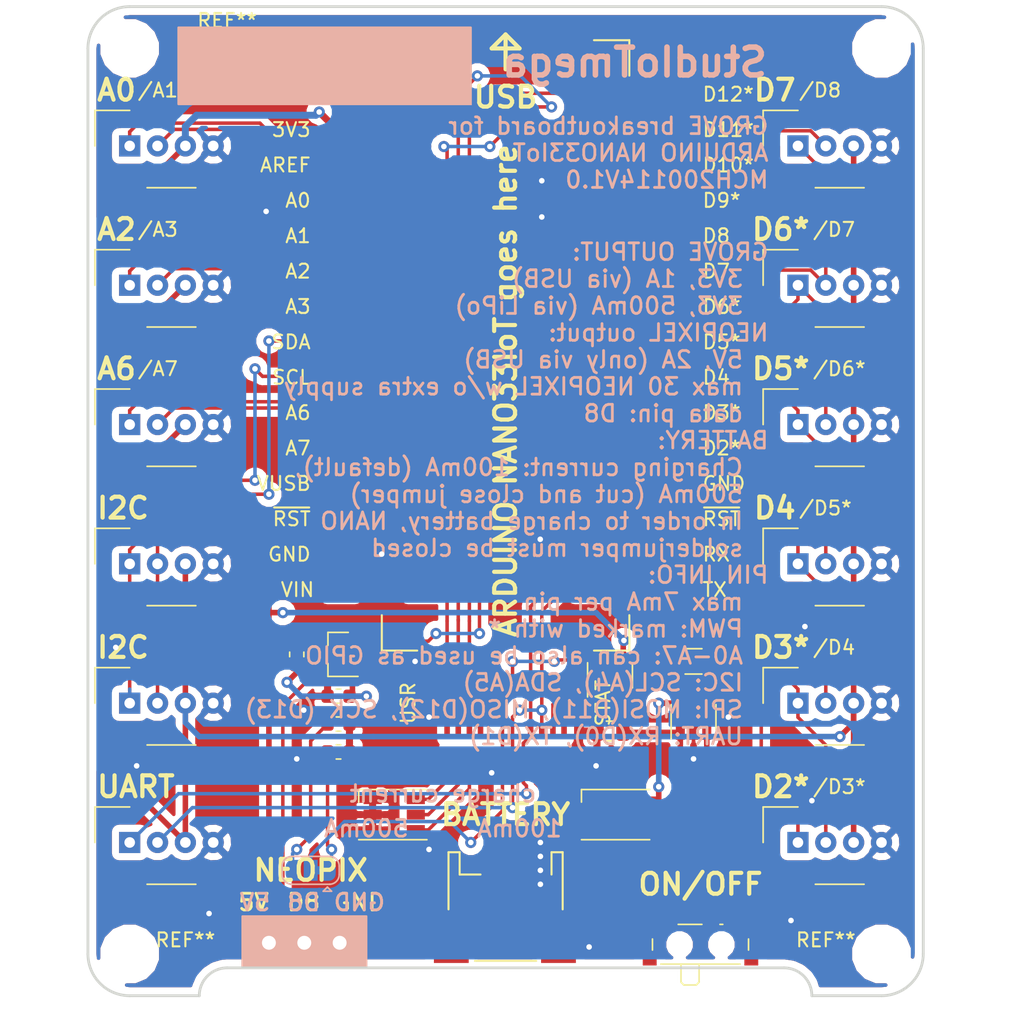
<source format=kicad_pcb>
(kicad_pcb (version 20171130) (host pcbnew "(5.0.1-3-g963ef8bb5)")
  (layers (0 F.Cu signal) (31 B.Cu signal) (34 B.Paste user) (35 F.Paste user) (36 B.SilkS user hide) (37 F.SilkS user hide) (38 B.Mask user) (39 F.Mask user) (44 Edge.Cuts user))
  (net 0 "")
  (net 1 VBAT)
  (net 2 GND)
  (net 3 3V3)
  (net 4 "Net-(D01-Pad1)")
  (net 5 "Net-(D01-Pad2)")
  (net 6 "Net-(D01-Pad3)")
  (net 7 A0)
  (net 8 A1)
  (net 9 A3)
  (net 10 A2)
  (net 11 A6)
  (net 12 A7)
  (net 13 SDA)
  (net 14 SCL)
  (net 15 RX)
  (net 16 TX)
  (net 17 D3)
  (net 18 D2)
  (net 19 D4)
  (net 20 D5)
  (net 21 D7)
  (net 22 D6)
  (net 23 D8)
  (net 24 D9)
  (net 25 D11)
  (net 26 D13)
  (net 27 D12)
  (net 28 "Net-(JP00-Pad1)")
  (net 29 "Net-(JP00-Pad3)")
  (net 30 "Net-(JP00-Pad2)")
  (net 31 "Net-(RN00-Pad4)")
  (net 32 "Net-(RN00-Pad5)")
  (net 33 "Net-(RN01-Pad5)")
  (net 34 "Net-(RN01-Pad4)")
  (net 35 STAT)
  (net 36 "Net-(SW00-Pad2)")
  (net 37 "Net-(SW00-Pad3)")
  (net 38 "Net-(U00-Pad3)")
  (net 39 "Net-(U00-Pad13)")
  (net 40 VIN)
  (net 41 VUSB)
  (net 42 "Net-(U00-Pad18)")
  (net 43 ALRT)
  (net 44 "Net-(U03-Pad4)")
  (net 45 "Net-(J13-Pad2)")
  (net 46 "Net-(D00-Pad4)")
  (net 47 "Net-(D00-Pad6)")
  (net 48 "Net-(D00-Pad5)")
  (module Fiducial:Fiducial_0.75mm_Dia_1.5mm_Outer (layer F.Cu) (at 77 145)
    (fp_text reference REF** (at 0 -2) (layer F.SilkS))
    (fp_text value Fiducial_0.75mm_Dia_1.5mm_Outer)
    (pad ~ smd circle (at 0 0) (size 0.75 0.75) (layers F.Cu F.Mask) (clearance 0.375))
  )
  (module Fiducial:Fiducial_0.75mm_Dia_1.5mm_Outer (layer F.Cu) (at 123 145)
    (fp_text reference REF** (at 0 -2) (layer F.SilkS))
    (fp_text value Fiducial_0.75mm_Dia_1.5mm_Outer)
    (pad ~ smd circle (at 0 0) (size 0.75 0.75) (layers F.Cu F.Mask) (clearance 0.375))
  )
  (module Package_TO_SOT_SMD:SOT-23 (layer F.Cu) (at 88 122.5 180)
    (fp_text reference Q00 hide)
    (fp_text value BSS138)
    (pad 1 smd rect (at -1 -0.95 180) (size 0.9 0.8) (layers F.Cu F.Paste F.Mask) (net 41 VUSB))
    (pad 2 smd rect (at -1 0.95 180) (size 0.9 0.8) (layers F.Cu F.Paste F.Mask) (net 24 D9))
    (pad 3 smd rect (at 1 0 180) (size 0.9 0.8) (layers F.Cu F.Paste F.Mask) (net 45 "Net-(J13-Pad2)"))
  )
  (module Connector_PinSocket_2.54mm:PinSocket_1x03_P2.54mm_Vertical (layer F.Cu) (at 83 143.2 90)
    (fp_text reference J13 hide)
    (fp_text value Conn_01x03)
    (pad 3 thru_hole oval (at 0 5.08 90) (size 1.7 1.7) (drill 1) (layers *.Cu *.Mask) (net 2 GND))
    (pad 2 thru_hole oval (at 0 2.54 90) (size 1.7 1.7) (drill 1) (layers *.Cu *.Mask) (net 45 "Net-(J13-Pad2)"))
    (pad 1 thru_hole rect (at 0 0 90) (size 1.7 1.7) (drill 1) (layers *.Cu *.Mask) (net 41 VUSB))
  )
  (module Connector:NS-Tech_Grove_1x04_P2mm_Vertical (layer F.Cu) (at 73 136 90)
    (fp_text reference J05 hide)
    (fp_text value Conn_01x04)
    (pad 1 thru_hole rect (at 0 0 90) (size 1.524 1.524) (drill 0.762) (layers *.Cu *.Mask) (net 15 RX))
    (pad 2 thru_hole circle (at 0 2 90) (size 1.524 1.524) (drill 0.762) (layers *.Cu *.Mask) (net 16 TX))
    (pad 3 thru_hole circle (at 0 4 90) (size 1.524 1.524) (drill 0.762) (layers *.Cu *.Mask) (net 3 3V3))
    (pad 4 thru_hole circle (at 0 6 90) (size 1.524 1.524) (drill 0.762) (layers *.Cu *.Mask) (net 2 GND))
  )
  (module Connector:NS-Tech_Grove_1x04_P2mm_Vertical (layer F.Cu) (at 121 116 90)
    (fp_text reference J08 hide)
    (fp_text value Conn_01x04)
    (pad 1 thru_hole rect (at 0 0 90) (size 1.524 1.524) (drill 0.762) (layers *.Cu *.Mask) (net 19 D4))
    (pad 2 thru_hole circle (at 0 2 90) (size 1.524 1.524) (drill 0.762) (layers *.Cu *.Mask) (net 20 D5))
    (pad 3 thru_hole circle (at 0 4 90) (size 1.524 1.524) (drill 0.762) (layers *.Cu *.Mask) (net 3 3V3))
    (pad 4 thru_hole circle (at 0 6 90) (size 1.524 1.524) (drill 0.762) (layers *.Cu *.Mask) (net 2 GND))
  )
  (module Connector:NS-Tech_Grove_1x04_P2mm_Vertical (layer F.Cu) (at 73 86 90)
    (fp_text reference J00 hide)
    (fp_text value Conn_01x04)
    (pad 1 thru_hole rect (at 0 0 90) (size 1.524 1.524) (drill 0.762) (layers *.Cu *.Mask) (net 7 A0))
    (pad 2 thru_hole circle (at 0 2 90) (size 1.524 1.524) (drill 0.762) (layers *.Cu *.Mask) (net 8 A1))
    (pad 3 thru_hole circle (at 0 4 90) (size 1.524 1.524) (drill 0.762) (layers *.Cu *.Mask) (net 3 3V3))
    (pad 4 thru_hole circle (at 0 6 90) (size 1.524 1.524) (drill 0.762) (layers *.Cu *.Mask) (net 2 GND))
  )
  (module Connector:NS-Tech_Grove_1x04_P2mm_Vertical (layer F.Cu) (at 73 96 90)
    (fp_text reference J01 hide)
    (fp_text value Conn_01x04)
    (pad 1 thru_hole rect (at 0 0 90) (size 1.524 1.524) (drill 0.762) (layers *.Cu *.Mask) (net 10 A2))
    (pad 2 thru_hole circle (at 0 2 90) (size 1.524 1.524) (drill 0.762) (layers *.Cu *.Mask) (net 9 A3))
    (pad 3 thru_hole circle (at 0 4 90) (size 1.524 1.524) (drill 0.762) (layers *.Cu *.Mask) (net 3 3V3))
    (pad 4 thru_hole circle (at 0 6 90) (size 1.524 1.524) (drill 0.762) (layers *.Cu *.Mask) (net 2 GND))
  )
  (module Connector:NS-Tech_Grove_1x04_P2mm_Vertical (layer F.Cu) (at 73 106 90)
    (fp_text reference J02 hide)
    (fp_text value Conn_01x04)
    (pad 1 thru_hole rect (at 0 0 90) (size 1.524 1.524) (drill 0.762) (layers *.Cu *.Mask) (net 11 A6))
    (pad 2 thru_hole circle (at 0 2 90) (size 1.524 1.524) (drill 0.762) (layers *.Cu *.Mask) (net 12 A7))
    (pad 3 thru_hole circle (at 0 4 90) (size 1.524 1.524) (drill 0.762) (layers *.Cu *.Mask) (net 3 3V3))
    (pad 4 thru_hole circle (at 0 6 90) (size 1.524 1.524) (drill 0.762) (layers *.Cu *.Mask) (net 2 GND))
  )
  (module Connector:NS-Tech_Grove_1x04_P2mm_Vertical (layer F.Cu) (at 73 116 90)
    (fp_text reference J03 hide)
    (fp_text value Conn_01x04)
    (pad 1 thru_hole rect (at 0 0 90) (size 1.524 1.524) (drill 0.762) (layers *.Cu *.Mask) (net 14 SCL))
    (pad 2 thru_hole circle (at 0 2 90) (size 1.524 1.524) (drill 0.762) (layers *.Cu *.Mask) (net 13 SDA))
    (pad 3 thru_hole circle (at 0 4 90) (size 1.524 1.524) (drill 0.762) (layers *.Cu *.Mask) (net 3 3V3))
    (pad 4 thru_hole circle (at 0 6 90) (size 1.524 1.524) (drill 0.762) (layers *.Cu *.Mask) (net 2 GND))
  )
  (module Connector:NS-Tech_Grove_1x04_P2mm_Vertical (layer F.Cu) (at 73 126 90)
    (fp_text reference J04 hide)
    (fp_text value Conn_01x04)
    (pad 1 thru_hole rect (at 0 0 90) (size 1.524 1.524) (drill 0.762) (layers *.Cu *.Mask) (net 14 SCL))
    (pad 2 thru_hole circle (at 0 2 90) (size 1.524 1.524) (drill 0.762) (layers *.Cu *.Mask) (net 13 SDA))
    (pad 3 thru_hole circle (at 0 4 90) (size 1.524 1.524) (drill 0.762) (layers *.Cu *.Mask) (net 3 3V3))
    (pad 4 thru_hole circle (at 0 6 90) (size 1.524 1.524) (drill 0.762) (layers *.Cu *.Mask) (net 2 GND))
  )
  (module Connector:NS-Tech_Grove_1x04_P2mm_Vertical (layer F.Cu) (at 121 136 90)
    (fp_text reference J06 hide)
    (fp_text value Conn_01x04)
    (pad 1 thru_hole rect (at 0 0 90) (size 1.524 1.524) (drill 0.762) (layers *.Cu *.Mask) (net 18 D2))
    (pad 2 thru_hole circle (at 0 2 90) (size 1.524 1.524) (drill 0.762) (layers *.Cu *.Mask) (net 17 D3))
    (pad 3 thru_hole circle (at 0 4 90) (size 1.524 1.524) (drill 0.762) (layers *.Cu *.Mask) (net 3 3V3))
    (pad 4 thru_hole circle (at 0 6 90) (size 1.524 1.524) (drill 0.762) (layers *.Cu *.Mask) (net 2 GND))
  )
  (module Connector:NS-Tech_Grove_1x04_P2mm_Vertical (layer F.Cu) (at 121 126 90)
    (fp_text reference J07 hide)
    (fp_text value Conn_01x04)
    (pad 1 thru_hole rect (at 0 0 90) (size 1.524 1.524) (drill 0.762) (layers *.Cu *.Mask) (net 17 D3))
    (pad 2 thru_hole circle (at 0 2 90) (size 1.524 1.524) (drill 0.762) (layers *.Cu *.Mask) (net 19 D4))
    (pad 3 thru_hole circle (at 0 4 90) (size 1.524 1.524) (drill 0.762) (layers *.Cu *.Mask) (net 3 3V3))
    (pad 4 thru_hole circle (at 0 6 90) (size 1.524 1.524) (drill 0.762) (layers *.Cu *.Mask) (net 2 GND))
  )
  (module Connector:NS-Tech_Grove_1x04_P2mm_Vertical (layer F.Cu) (at 121 106 90)
    (fp_text reference J09 hide)
    (fp_text value Conn_01x04)
    (pad 1 thru_hole rect (at 0 0 90) (size 1.524 1.524) (drill 0.762) (layers *.Cu *.Mask) (net 20 D5))
    (pad 2 thru_hole circle (at 0 2 90) (size 1.524 1.524) (drill 0.762) (layers *.Cu *.Mask) (net 22 D6))
    (pad 3 thru_hole circle (at 0 4 90) (size 1.524 1.524) (drill 0.762) (layers *.Cu *.Mask) (net 3 3V3))
    (pad 4 thru_hole circle (at 0 6 90) (size 1.524 1.524) (drill 0.762) (layers *.Cu *.Mask) (net 2 GND))
  )
  (module Connector:NS-Tech_Grove_1x04_P2mm_Vertical (layer F.Cu) (at 121 96 90)
    (fp_text reference J10 hide)
    (fp_text value Conn_01x04)
    (pad 1 thru_hole rect (at 0 0 90) (size 1.524 1.524) (drill 0.762) (layers *.Cu *.Mask) (net 22 D6))
    (pad 2 thru_hole circle (at 0 2 90) (size 1.524 1.524) (drill 0.762) (layers *.Cu *.Mask) (net 21 D7))
    (pad 3 thru_hole circle (at 0 4 90) (size 1.524 1.524) (drill 0.762) (layers *.Cu *.Mask) (net 3 3V3))
    (pad 4 thru_hole circle (at 0 6 90) (size 1.524 1.524) (drill 0.762) (layers *.Cu *.Mask) (net 2 GND))
  )
  (module Connector:NS-Tech_Grove_1x04_P2mm_Vertical (layer F.Cu) (at 121 86 90)
    (fp_text reference J11 hide)
    (fp_text value Conn_01x04)
    (pad 1 thru_hole rect (at 0 0 90) (size 1.524 1.524) (drill 0.762) (layers *.Cu *.Mask) (net 21 D7))
    (pad 2 thru_hole circle (at 0 2 90) (size 1.524 1.524) (drill 0.762) (layers *.Cu *.Mask) (net 23 D8))
    (pad 3 thru_hole circle (at 0 4 90) (size 1.524 1.524) (drill 0.762) (layers *.Cu *.Mask) (net 3 3V3))
    (pad 4 thru_hole circle (at 0 6 90) (size 1.524 1.524) (drill 0.762) (layers *.Cu *.Mask) (net 2 GND))
  )
  (module _arduino_shield:ARDUINO_NANO_33_IOT_SMD_DUAL_ROW_SOCKET (layer F.Cu) (at 100 100)
    (fp_text reference U00 hide)
    (fp_text value ARDUINO_NANO_33_IOT)
    (pad 1 smd rect (at -11.81 -17.78) (size 2 1.2) (layers F.Cu F.Paste F.Mask) (net 26 D13))
    (pad 2 smd rect (at -5.97 -15.24) (size 2 1.2) (layers F.Cu F.Paste F.Mask) (net 3 3V3))
    (pad 3 smd rect (at -11.81 -12.7) (size 2 1.2) (layers F.Cu F.Paste F.Mask) (net 38 "Net-(U00-Pad3)"))
    (pad 4 smd rect (at -5.97 -10.16) (size 2 1.2) (layers F.Cu F.Paste F.Mask) (net 7 A0))
    (pad 5 smd rect (at -11.81 -7.62) (size 2 1.2) (layers F.Cu F.Paste F.Mask) (net 8 A1))
    (pad 6 smd rect (at -5.97 -5.08) (size 2 1.2) (layers F.Cu F.Paste F.Mask) (net 10 A2))
    (pad 7 smd rect (at -11.81 -2.54) (size 2 1.2) (layers F.Cu F.Paste F.Mask) (net 9 A3))
    (pad 8 smd rect (at -5.97 0) (size 2 1.2) (layers F.Cu F.Paste F.Mask) (net 13 SDA))
    (pad 9 smd rect (at -11.81 2.54) (size 2 1.2) (layers F.Cu F.Paste F.Mask) (net 14 SCL))
    (pad 10 smd rect (at -5.97 5.08) (size 2 1.2) (layers F.Cu F.Paste F.Mask) (net 11 A6))
    (pad 11 smd rect (at -11.81 7.62) (size 2 1.2) (layers F.Cu F.Paste F.Mask) (net 12 A7))
    (pad 12 smd rect (at -5.97 10.16) (size 2 1.2) (layers F.Cu F.Paste F.Mask) (net 41 VUSB))
    (pad 13 smd rect (at -11.81 12.7) (size 2 1.2) (layers F.Cu F.Paste F.Mask) (net 39 "Net-(U00-Pad13)"))
    (pad 14 smd rect (at -5.97 15.24) (size 2 1.2) (layers F.Cu F.Paste F.Mask) (net 2 GND))
    (pad 15 smd rect (at -11.81 17.78) (size 2 1.2) (layers F.Cu F.Paste F.Mask) (net 40 VIN))
    (pad 16 smd rect (at 5.97 17.78) (size 2 1.2) (layers F.Cu F.Paste F.Mask) (net 16 TX))
    (pad 17 smd rect (at 11.81 15.24) (size 2 1.2) (layers F.Cu F.Paste F.Mask) (net 15 RX))
    (pad 18 smd rect (at 5.97 12.7) (size 2 1.2) (layers F.Cu F.Paste F.Mask) (net 42 "Net-(U00-Pad18)"))
    (pad 19 smd rect (at 11.81 10.16) (size 2 1.2) (layers F.Cu F.Paste F.Mask) (net 2 GND))
    (pad 20 smd rect (at 5.97 7.62) (size 2 1.2) (layers F.Cu F.Paste F.Mask) (net 18 D2))
    (pad 21 smd rect (at 11.81 5.08) (size 2 1.2) (layers F.Cu F.Paste F.Mask) (net 17 D3))
    (pad 22 smd rect (at 5.97 2.54) (size 2 1.2) (layers F.Cu F.Paste F.Mask) (net 19 D4))
    (pad 23 smd rect (at 11.81 0) (size 2 1.2) (layers F.Cu F.Paste F.Mask) (net 20 D5))
    (pad 24 smd rect (at 5.97 -2.54) (size 2 1.2) (layers F.Cu F.Paste F.Mask) (net 22 D6))
    (pad 25 smd rect (at 11.81 -5.08) (size 2 1.2) (layers F.Cu F.Paste F.Mask) (net 21 D7))
    (pad 26 smd rect (at 5.97 -7.62) (size 2 1.2) (layers F.Cu F.Paste F.Mask) (net 23 D8))
    (pad 27 smd rect (at 11.81 -10.16) (size 2 1.2) (layers F.Cu F.Paste F.Mask) (net 24 D9))
    (pad 28 smd rect (at 5.97 -12.7) (size 2 1.2) (layers F.Cu F.Paste F.Mask) (net 43 ALRT))
    (pad 29 smd rect (at 11.81 -15.24) (size 2 1.2) (layers F.Cu F.Paste F.Mask) (net 25 D11))
    (pad 30 smd rect (at 5.97 -17.78) (size 2 1.2) (layers F.Cu F.Paste F.Mask) (net 27 D12))
    (pad 27 smd rect (at 6.01 -10.16) (size 2 1.2) (layers F.Cu F.Paste F.Mask) (net 24 D9))
    (pad 25 smd rect (at 6.01 -5.08) (size 2 1.2) (layers F.Cu F.Paste F.Mask) (net 21 D7))
    (pad 29 smd rect (at 6.01 -15.24) (size 2 1.2) (layers F.Cu F.Paste F.Mask) (net 25 D11))
    (pad 17 smd rect (at 6.01 15.24) (size 2 1.2) (layers F.Cu F.Paste F.Mask) (net 15 RX))
    (pad 19 smd rect (at 6.01 10.16) (size 2 1.2) (layers F.Cu F.Paste F.Mask) (net 2 GND))
    (pad 23 smd rect (at 6.01 0) (size 2 1.2) (layers F.Cu F.Paste F.Mask) (net 20 D5))
    (pad 21 smd rect (at 6.01 5.08) (size 2 1.2) (layers F.Cu F.Paste F.Mask) (net 17 D3))
    (pad 20 smd rect (at 11.77 7.62) (size 2 1.2) (layers F.Cu F.Paste F.Mask) (net 18 D2))
    (pad 30 smd rect (at 11.77 -17.78) (size 2 1.2) (layers F.Cu F.Paste F.Mask) (net 27 D12))
    (pad 16 smd rect (at 11.77 17.78) (size 2 1.2) (layers F.Cu F.Paste F.Mask) (net 16 TX))
    (pad 26 smd rect (at 11.77 -7.62) (size 2 1.2) (layers F.Cu F.Paste F.Mask) (net 23 D8))
    (pad 24 smd rect (at 11.77 -2.54) (size 2 1.2) (layers F.Cu F.Paste F.Mask) (net 22 D6))
    (pad 18 smd rect (at 11.77 12.7) (size 2 1.2) (layers F.Cu F.Paste F.Mask) (net 42 "Net-(U00-Pad18)"))
    (pad 28 smd rect (at 11.77 -12.7) (size 2 1.2) (layers F.Cu F.Paste F.Mask) (net 43 ALRT))
    (pad 22 smd rect (at 11.77 2.54) (size 2 1.2) (layers F.Cu F.Paste F.Mask) (net 19 D4))
    (pad 4 smd rect (at -11.77 -10.16) (size 2 1.2) (layers F.Cu F.Paste F.Mask) (net 7 A0))
    (pad 6 smd rect (at -11.77 -5.08) (size 2 1.2) (layers F.Cu F.Paste F.Mask) (net 10 A2))
    (pad 12 smd rect (at -11.77 10.16) (size 2 1.2) (layers F.Cu F.Paste F.Mask) (net 41 VUSB))
    (pad 2 smd rect (at -11.77 -15.24) (size 2 1.2) (layers F.Cu F.Paste F.Mask) (net 3 3V3))
    (pad 10 smd rect (at -11.77 5.08) (size 2 1.2) (layers F.Cu F.Paste F.Mask) (net 11 A6))
    (pad 8 smd rect (at -11.77 0) (size 2 1.2) (layers F.Cu F.Paste F.Mask) (net 13 SDA))
    (pad 14 smd rect (at -11.77 15.24) (size 2 1.2) (layers F.Cu F.Paste F.Mask) (net 2 GND))
    (pad 11 smd rect (at -6.01 7.62) (size 2 1.2) (layers F.Cu F.Paste F.Mask) (net 12 A7))
    (pad 15 smd rect (at -6.01 17.78) (size 2 1.2) (layers F.Cu F.Paste F.Mask) (net 40 VIN))
    (pad 5 smd rect (at -6.01 -7.62) (size 2 1.2) (layers F.Cu F.Paste F.Mask) (net 8 A1))
    (pad 13 smd rect (at -6.01 12.7) (size 2 1.2) (layers F.Cu F.Paste F.Mask) (net 39 "Net-(U00-Pad13)"))
    (pad 9 smd rect (at -6.01 2.54) (size 2 1.2) (layers F.Cu F.Paste F.Mask) (net 14 SCL))
    (pad 3 smd rect (at -6.01 -12.7) (size 2 1.2) (layers F.Cu F.Paste F.Mask) (net 38 "Net-(U00-Pad3)"))
    (pad 1 smd rect (at -6.01 -17.78) (size 2 1.2) (layers F.Cu F.Paste F.Mask) (net 26 D13))
    (pad 7 smd rect (at -6.01 -2.54) (size 2 1.2) (layers F.Cu F.Paste F.Mask) (net 9 A3))
  )
  (module Capacitor_SMD:C_0805_2012Metric (layer F.Cu) (at 107.5 128 180)
    (fp_text reference C00 hide)
    (fp_text value 10uF)
    (pad 1 smd roundrect (at -0.9375 0 180) (size 0.975 1.4) (layers F.Cu F.Paste F.Mask) (net 1 VBAT))
    (pad 2 smd roundrect (at 0.9375 0 180) (size 0.975 1.4) (layers F.Cu F.Paste F.Mask) (net 2 GND))
  )
  (module Capacitor_SMD:C_1206_3216Metric (layer F.Cu) (at 113.5 123)
    (fp_text reference C01 hide)
    (fp_text value 1uF)
    (pad 1 smd roundrect (at -1.4 0) (size 1.25 1.75) (layers F.Cu F.Paste F.Mask) (roundrect_rratio 0.2) (net 3 3V3))
    (pad 2 smd roundrect (at 1.4 0) (size 1.25 1.75) (layers F.Cu F.Paste F.Mask) (roundrect_rratio 0.2) (net 2 GND))
  )
  (module _connectors:JST_S2B-PH-SM4-TB_LARGE (layer F.Cu) (at 100 144.4 180)
    (fp_text reference J12 hide)
    (fp_text value Conn_01x02)
    (pad 2 smd rect (at -1 7 180) (size 1 3.5) (layers F.Cu F.Paste F.Mask) (net 2 GND))
    (pad 1 smd rect (at 1 7 180) (size 1 3.5) (layers F.Cu F.Paste F.Mask) (net 1 VBAT))
    (pad "" smd rect (at 3.9 1.5 180) (size 2.5 3.5) (layers F.Cu F.Paste F.Mask))
    (pad "" smd rect (at -3.8 1.5 180) (size 2.5 3.5) (layers F.Cu F.Paste F.Mask))
  )
  (module Jumper:SolderJumper-3_P1.3mm_Bridged12_RoundedPad1.0x1.5mm (layer B.Cu) (at 86 138 180)
    (fp_text reference JP00 hide)
    (fp_text value SolderJumper_3_Bridged12)
    (pad 1 smd custom (at -1.3 0 180) (size 1 0.5) (layers B.Cu B.Mask) (net 28 "Net-(JP00-Pad1)") (options (clearance outline) (anchor rect)) (primitives (gr_circle (center 0 -0.25) (end 0.5 -0.25) (width 0)) (gr_circle (center 0 0.25) (end 0.5 0.25) (width 0)) (gr_poly (pts (xy 0.55 0.75) (xy 0 0.75) (xy 0 -0.75) (xy 0.55 -0.75)) (width 0)) (gr_poly (pts (xy 0.4 0.3) (xy 0.9 0.3) (xy 0.9 -0.3) (xy 0.4 -0.3)) (width 0))))
    (pad 3 smd custom (at 1.3 0 180) (size 1 0.5) (layers B.Cu B.Mask) (net 29 "Net-(JP00-Pad3)") (options (clearance outline) (anchor rect)) (primitives (gr_circle (center 0 -0.25) (end 0.5 -0.25) (width 0)) (gr_circle (center 0 0.25) (end 0.5 0.25) (width 0)) (gr_poly (pts (xy -0.55 0.75) (xy 0 0.75) (xy 0 -0.75) (xy -0.55 -0.75)) (width 0))))
    (pad 2 smd rect (at 0 0 180) (size 1 1.5) (layers B.Cu B.Mask) (net 30 "Net-(JP00-Pad2)"))
  )
  (module Resistor_SMD:R_0603_1608Metric (layer F.Cu) (at 88 129.5 180)
    (fp_text reference R00 hide)
    (fp_text value 10K)
    (pad 1 smd roundrect (at -0.7875 0 180) (size 0.875 0.95) (layers F.Cu F.Paste F.Mask) (net 2 GND))
    (pad 2 smd roundrect (at 0.7875 0 180) (size 0.875 0.95) (layers F.Cu F.Paste F.Mask) (net 28 "Net-(JP00-Pad1)"))
  )
  (module Resistor_SMD:R_0603_1608Metric (layer F.Cu) (at 88 127.5)
    (fp_text reference R01 hide)
    (fp_text value 2K)
    (pad 2 smd roundrect (at 0.7875 0) (size 0.875 0.95) (layers F.Cu F.Paste F.Mask) (net 2 GND))
    (pad 1 smd roundrect (at -0.7875 0) (size 0.875 0.95) (layers F.Cu F.Paste F.Mask) (net 29 "Net-(JP00-Pad3)"))
  )
  (module _resistor:CAY16-J4 (layer F.Cu) (at 97 129)
    (fp_text reference RN00 hide)
    (fp_text value 220R)
    (pad 1 smd rect (at -1.2 -0.9 90) (size 0.9 0.4) (layers F.Cu F.Paste F.Mask) (net 25 D11))
    (pad 2 smd rect (at -0.4 -0.9 90) (size 0.9 0.4) (layers F.Cu F.Paste F.Mask) (net 27 D12))
    (pad 3 smd rect (at 0.4 -0.9 270) (size 0.9 0.4) (layers F.Cu F.Paste F.Mask) (net 26 D13))
    (pad 4 smd rect (at 1.2 -0.9 90) (size 0.9 0.4) (layers F.Cu F.Paste F.Mask) (net 31 "Net-(RN00-Pad4)"))
    (pad 5 smd rect (at 1.2 0.9 90) (size 0.9 0.4) (layers F.Cu F.Paste F.Mask) (net 32 "Net-(RN00-Pad5)"))
    (pad 6 smd rect (at 0.4 0.9 270) (size 0.9 0.4) (layers F.Cu F.Paste F.Mask) (net 46 "Net-(D00-Pad4)"))
    (pad 7 smd rect (at -0.4 0.9 90) (size 0.9 0.4) (layers F.Cu F.Paste F.Mask) (net 48 "Net-(D00-Pad5)"))
    (pad 8 smd rect (at -1.2 0.9 90) (size 0.9 0.4) (layers F.Cu F.Paste F.Mask) (net 47 "Net-(D00-Pad6)"))
  )
  (module _resistor:CAY16-J4 (layer F.Cu) (at 103 129)
    (fp_text reference RN01 hide)
    (fp_text value 220R)
    (pad 8 smd rect (at -1.2 0.9 90) (size 0.9 0.4) (layers F.Cu F.Paste F.Mask) (net 6 "Net-(D01-Pad3)"))
    (pad 7 smd rect (at -0.4 0.9 90) (size 0.9 0.4) (layers F.Cu F.Paste F.Mask) (net 5 "Net-(D01-Pad2)"))
    (pad 6 smd rect (at 0.4 0.9 270) (size 0.9 0.4) (layers F.Cu F.Paste F.Mask) (net 4 "Net-(D01-Pad1)"))
    (pad 5 smd rect (at 1.2 0.9 90) (size 0.9 0.4) (layers F.Cu F.Paste F.Mask) (net 33 "Net-(RN01-Pad5)"))
    (pad 4 smd rect (at 1.2 -0.9 90) (size 0.9 0.4) (layers F.Cu F.Paste F.Mask) (net 34 "Net-(RN01-Pad4)"))
    (pad 3 smd rect (at 0.4 -0.9 270) (size 0.9 0.4) (layers F.Cu F.Paste F.Mask) (net 35 STAT))
    (pad 2 smd rect (at -0.4 -0.9 90) (size 0.9 0.4) (layers F.Cu F.Paste F.Mask) (net 16 TX))
    (pad 1 smd rect (at -1.2 -0.9 90) (size 0.9 0.4) (layers F.Cu F.Paste F.Mask) (net 15 RX))
  )
  (module Button_Switch_SMD:SW_SPDT_PCM12 (layer F.Cu) (at 114 143)
    (fp_text reference SW00 hide)
    (fp_text value ON/OFF)
    (pad "" np_thru_hole circle (at -1.5 0.33) (size 0.9 0.9) (drill 0.9) (layers *.Cu *.Mask))
    (pad "" np_thru_hole circle (at 1.5 0.33) (size 0.9 0.9) (drill 0.9) (layers *.Cu *.Mask))
    (pad 1 smd rect (at -2.25 -1.43) (size 0.7 1.5) (layers F.Cu F.Paste F.Mask) (net 1 VBAT))
    (pad 2 smd rect (at 0.75 -1.43) (size 0.7 1.5) (layers F.Cu F.Paste F.Mask) (net 36 "Net-(SW00-Pad2)"))
    (pad 3 smd rect (at 2.25 -1.43) (size 0.7 1.5) (layers F.Cu F.Paste F.Mask) (net 37 "Net-(SW00-Pad3)"))
    (pad "" smd rect (at -3.65 1.43) (size 1 0.8) (layers F.Cu F.Paste F.Mask))
    (pad "" smd rect (at 3.65 1.43) (size 1 0.8) (layers F.Cu F.Paste F.Mask))
    (pad "" smd rect (at 3.65 -0.78) (size 1 0.8) (layers F.Cu F.Paste F.Mask))
    (pad "" smd rect (at -3.65 -0.78) (size 1 0.8) (layers F.Cu F.Paste F.Mask))
  )
  (module Package_TO_SOT_SMD:SOT-23-5 (layer F.Cu) (at 107.5 124 90)
    (fp_text reference U01 hide)
    (fp_text value MCP73831-2)
    (pad 1 smd rect (at -1.1 -0.95 90) (size 1.06 0.65) (layers F.Cu F.Paste F.Mask) (net 35 STAT))
    (pad 2 smd rect (at -1.1 0 90) (size 1.06 0.65) (layers F.Cu F.Paste F.Mask) (net 2 GND))
    (pad 3 smd rect (at -1.1 0.95 90) (size 1.06 0.65) (layers F.Cu F.Paste F.Mask) (net 1 VBAT))
    (pad 4 smd rect (at 1.1 0.95 90) (size 1.06 0.65) (layers F.Cu F.Paste F.Mask) (net 41 VUSB))
    (pad 5 smd rect (at 1.1 -0.95 90) (size 1.06 0.65) (layers F.Cu F.Paste F.Mask) (net 30 "Net-(JP00-Pad2)"))
  )
  (module Package_TO_SOT_SMD:SOT-23-5 (layer F.Cu) (at 113.5 127 90)
    (fp_text reference U03 hide)
    (fp_text value MIC5216)
    (pad 5 smd rect (at 1.1 -0.95 90) (size 1.06 0.65) (layers F.Cu F.Paste F.Mask) (net 3 3V3))
    (pad 4 smd rect (at 1.1 0.95 90) (size 1.06 0.65) (layers F.Cu F.Paste F.Mask) (net 44 "Net-(U03-Pad4)"))
    (pad 3 smd rect (at -1.1 0.95 90) (size 1.06 0.65) (layers F.Cu F.Paste F.Mask) (net 36 "Net-(SW00-Pad2)"))
    (pad 2 smd rect (at -1.1 0 90) (size 1.06 0.65) (layers F.Cu F.Paste F.Mask) (net 2 GND))
    (pad 1 smd rect (at -1.1 -0.95 90) (size 1.06 0.65) (layers F.Cu F.Paste F.Mask) (net 1 VBAT))
  )
  (module MountingHole:MountingHole_3.2mm_M3 (layer F.Cu) (at 73 79)
    (fp_text reference H00 hide)
    (fp_text value MountingHole)
    (pad 1 np_thru_hole circle (at 0 0) (size 3.2 3.2) (drill 3.2) (layers *.Cu *.Mask))
  )
  (module MountingHole:MountingHole_3.2mm_M3 (layer F.Cu) (at 127 79)
    (fp_text reference H01 hide)
    (fp_text value MountingHole)
    (pad 1 np_thru_hole circle (at 0 0) (size 3.2 3.2) (drill 3.2) (layers *.Cu *.Mask))
  )
  (module MountingHole:MountingHole_3.2mm_M3 (layer F.Cu) (at 73 144)
    (fp_text reference H02 hide)
    (fp_text value MountingHole)
    (pad 1 np_thru_hole circle (at 0 0) (size 3.2 3.2) (drill 3.2) (layers *.Cu *.Mask))
  )
  (module MountingHole:MountingHole_3.2mm_M3 (layer F.Cu) (at 127 144)
    (fp_text reference H03 hide)
    (fp_text value MountingHole)
    (pad 1 np_thru_hole circle (at 0 0) (size 3.2 3.2) (drill 3.2) (layers *.Cu *.Mask))
  )
  (module Capacitor_SMD:C_0603_1608Metric (layer F.Cu) (at 88 125.5)
    (fp_text reference C02 hide)
    (fp_text value 100nF)
    (pad 1 smd roundrect (at -0.7875 0) (size 0.875 0.95) (layers F.Cu F.Paste F.Mask) (net 2 GND))
    (pad 2 smd roundrect (at 0.7875 0) (size 0.875 0.95) (layers F.Cu F.Paste F.Mask) (net 41 VUSB))
  )
  (module Resistor_SMD:R_0603_1608Metric (layer F.Cu) (at 85 122.5 270)
    (fp_text reference R02 hide)
    (fp_text value 10K)
    (pad 1 smd roundrect (at -0.7875 0 270) (size 0.875 0.95) (layers F.Cu F.Paste F.Mask) (net 45 "Net-(J13-Pad2)"))
    (pad 2 smd roundrect (at 0.7875 0 270) (size 0.875 0.95) (layers F.Cu F.Paste F.Mask) (net 41 VUSB))
  )
  (module LED_SMD:LED_RGB_PLCC-6 (layer F.Cu) (at 92 134)
    (fp_text reference D00 hide)
    (fp_text value LED_BGR)
    (pad 6 smd rect (at 1.55 -1.1 90) (size 0.7 1.3) (layers F.Cu F.Paste F.Mask) (net 47 "Net-(D00-Pad6)"))
    (pad 5 smd rect (at 1.55 0 90) (size 0.7 1.3) (layers F.Cu F.Paste F.Mask) (net 48 "Net-(D00-Pad5)"))
    (pad 4 smd rect (at 1.55 1.1 90) (size 0.7 1.3) (layers F.Cu F.Paste F.Mask) (net 46 "Net-(D00-Pad4)"))
    (pad 3 smd rect (at -1.55 1.1 90) (size 0.7 1.3) (layers F.Cu F.Paste F.Mask) (net 2 GND))
    (pad 2 smd rect (at -1.55 0 90) (size 0.7 1.3) (layers F.Cu F.Paste F.Mask) (net 2 GND))
    (pad 1 smd rect (at -1.55 -1.1 90) (size 0.7 1.3) (layers F.Cu F.Paste F.Mask) (net 2 GND))
  )
  (module LED_SMD:LED_RGB_PLCC-6 (layer F.Cu) (at 108 134)
    (fp_text reference D01 hide)
    (fp_text value LED_BGR)
    (pad 1 smd rect (at -1.55 -1.1 90) (size 0.7 1.3) (layers F.Cu F.Paste F.Mask) (net 4 "Net-(D01-Pad1)"))
    (pad 2 smd rect (at -1.55 0 90) (size 0.7 1.3) (layers F.Cu F.Paste F.Mask) (net 5 "Net-(D01-Pad2)"))
    (pad 3 smd rect (at -1.55 1.1 90) (size 0.7 1.3) (layers F.Cu F.Paste F.Mask) (net 6 "Net-(D01-Pad3)"))
    (pad 4 smd rect (at 1.55 1.1 90) (size 0.7 1.3) (layers F.Cu F.Paste F.Mask) (net 3 3V3))
    (pad 5 smd rect (at 1.55 0 90) (size 0.7 1.3) (layers F.Cu F.Paste F.Mask) (net 3 3V3))
    (pad 6 smd rect (at 1.55 -1.1 90) (size 0.7 1.3) (layers F.Cu F.Paste F.Mask) (net 3 3V3))
  )
  (module Fiducial:Fiducial_0.75mm_Dia_1.5mm_Outer (layer F.Cu) (at 80 79)
    (fp_text reference REF** (at 0 -2) (layer F.SilkS))
    (fp_text value Fiducial_0.75mm_Dia_1.5mm_Outer)
    (pad ~ smd circle (at 0 0) (size 0.75 0.75) (layers F.Cu F.Mask) (clearance 0.375))
  )
  (gr_poly (pts (xy 81.1 145) (xy 81.1 141.3) (xy 90 141.3) (xy 90 145)) (layer B.SilkS) (width 0.15))
  (gr_poly (pts (xy 81.2 145) (xy 89.9 145) (xy 89.9 141.4) (xy 81.2 141.4)) (layer F.SilkS) (width 0.15))
  (gr_text GND (at 89.5 140.3) (layer F.SilkS) (effects (font (size 1.2 1.2) (thickness 0.2))))
  (gr_text D8 (at 85.5 140.3) (layer F.SilkS) (effects (font (size 1.2 1.2) (thickness 0.2))))
  (gr_text 5V (at 81.9 140.3) (layer F.SilkS) (effects (font (size 1.2 1.2) (thickness 0.2))))
  (gr_text /A7 (at 73.5 102) (layer F.SilkS) (effects (font (size 1 1)) (justify left)))
  (gr_text /A3 (at 73.5 92) (layer F.SilkS) (effects (font (size 1 1)) (justify left)))
  (gr_text /A1 (at 73.5 82) (layer F.SilkS) (effects (font (size 1 1)) (justify left)))
  (gr_text /D8 (at 121 82) (layer F.SilkS) (effects (font (size 1 1)) (justify left)))
  (gr_text /D7 (at 122 92) (layer F.SilkS) (effects (font (size 1 1)) (justify left)))
  (gr_text /D6* (at 122 102) (layer F.SilkS) (effects (font (size 1 1)) (justify left)))
  (gr_text /D5* (at 121 112) (layer F.SilkS) (effects (font (size 1 1)) (justify left)))
  (gr_text /D4 (at 122 122) (layer F.SilkS) (effects (font (size 1 1)) (justify left)))
  (gr_text /D3* (at 122 132) (layer F.SilkS) (effects (font (size 1 1)) (justify left)))
  (gr_poly (pts (xy 76.5 77.5) (xy 97.5 77.5) (xy 97.5 83) (xy 76.5 83)) (layer B.SilkS) (width 0.15))
  (gr_text GND (at 89.5 140.3) (layer B.SilkS) (effects (font (size 1.2 1.2) (thickness 0.2)) (justify mirror)))
  (gr_text D8 (at 85.5 140.3) (layer B.SilkS) (effects (font (size 1.2 1.2) (thickness 0.2)) (justify mirror)))
  (gr_text 5V (at 82 140.3) (layer B.SilkS) (effects (font (size 1.2 1.2) (thickness 0.2)) (justify mirror)))
  (gr_text "charge current" (at 95.5 132.5) (layer B.SilkS) (effects (font (size 1.2 1.2) (thickness 0.2)) (justify mirror)))
  (gr_text 500mA (at 90 135) (layer B.SilkS) (effects (font (size 1.2 1.2) (thickness 0.2)) (justify mirror)))
  (gr_text 100mA (at 101 135) (layer B.SilkS) (effects (font (size 1.2 1.2) (thickness 0.2)) (justify mirror)))
  (gr_text "GROVE OUTPUT:\n  3V3, 1A (via USB)\n  3V3, 500mA (via LiPo)\nNEOPIXEL output:\n  5V, 2A (only via USB)\n  max 30 NEOPIXEL w/o extra supply\n  data pin: D8\nBATTERY:\n  Charging current: 100mA (default),\n  500mA (cut and close jumper)\n  In order to charge battery, NANO \n  solderjumper must be closed \nPIN INFO:\n  max 7mA per pin\n  PWM: marked with *\n  A0-A7: can also be used as GPIO\n  I2C: SCL(A4), SDA(A5)\n  SPI: MOSI(D11), MISO(D12), SCK (D13)\n  UART: RX(D0), TX(D1)" (at 119 111) (layer B.SilkS) (effects (font (size 1.2 1.2) (thickness 0.2)) (justify left mirror)))
  (gr_text "GROVE breakoutboard for \nARDUINO NANO33IoT\nMCH200114V1.0" (at 119 86.5) (layer B.SilkS) (effects (font (size 1.2 1.2) (thickness 0.2)) (justify left mirror)))
  (gr_text StudIoTmega (at 119 80) (layer B.SilkS) (effects (font (size 2 2) (thickness 0.4)) (justify left mirror)))
  (gr_line (start 101 79) (end 100 78) (layer F.SilkS) (width 0.3))
  (gr_line (start 99 79) (end 101 79) (layer F.SilkS) (width 0.3))
  (gr_line (start 100 78) (end 99 79) (layer F.SilkS) (width 0.3))
  (gr_line (start 100 80.5) (end 100 78) (layer F.SilkS) (width 0.3))
  (gr_text USB (at 100 82.5) (layer F.SilkS) (effects (font (size 1.5 1.5) (thickness 0.3))))
  (gr_text "ARDUINO NANO33IoT goes here " (at 100 103 90) (layer F.SilkS) (effects (font (size 1.5 1.5) (thickness 0.3))))
  (gr_text USR (at 93 126 90) (layer F.SilkS) (effects (font (size 1 1))))
  (gr_text STAT (at 107 126 90) (layer F.SilkS) (effects (font (size 1 1))))
  (gr_text BATTERY (at 100 134) (layer F.SilkS) (effects (font (size 1.5 1.5) (thickness 0.3))))
  (gr_text NEOPIX (at 86 138) (layer F.SilkS) (effects (font (size 1.5 1.5) (thickness 0.3))))
  (gr_text ON/OFF (at 114 139) (layer F.SilkS) (effects (font (size 1.5 1.5) (thickness 0.3))))
  (gr_text D2* (at 122 132) (layer F.SilkS) (effects (font (size 1.5 1.5) (thickness 0.3)) (justify right)))
  (gr_text D3* (at 122 122) (layer F.SilkS) (effects (font (size 1.5 1.5) (thickness 0.3)) (justify right)))
  (gr_text D4 (at 121 112) (layer F.SilkS) (effects (font (size 1.5 1.5) (thickness 0.3)) (justify right)))
  (gr_text "D5*\n" (at 122 102) (layer F.SilkS) (effects (font (size 1.5 1.5) (thickness 0.3)) (justify right)))
  (gr_text "D6*\n" (at 122 92) (layer F.SilkS) (effects (font (size 1.5 1.5) (thickness 0.3)) (justify right)))
  (gr_text D7 (at 121 82) (layer F.SilkS) (effects (font (size 1.5 1.5) (thickness 0.3)) (justify right)))
  (gr_text UART (at 70.5 132) (layer F.SilkS) (effects (font (size 1.5 1.5) (thickness 0.3)) (justify left)))
  (gr_text I2C (at 70.5 122) (layer F.SilkS) (effects (font (size 1.5 1.5) (thickness 0.3)) (justify left)))
  (gr_text I2C (at 70.5 112) (layer F.SilkS) (effects (font (size 1.5 1.5) (thickness 0.3)) (justify left)))
  (gr_text A6 (at 70.5 102) (layer F.SilkS) (effects (font (size 1.5 1.5) (thickness 0.3)) (justify left)))
  (gr_text A2 (at 70.5 92) (layer F.SilkS) (effects (font (size 1.5 1.5) (thickness 0.3)) (justify left)))
  (gr_text A0 (at 70.5 82) (layer F.SilkS) (effects (font (size 1.5 1.5) (thickness 0.3)) (justify left)))
  (gr_text RX (at 114.062 115.316) (layer F.SilkS) (effects (font (size 1 1)) (justify left)))
  (gr_text TX (at 114.062 117.856) (layer F.SilkS) (effects (font (size 1 1)) (justify left)))
  (gr_text ~RST (at 114.062 112.776) (layer F.SilkS) (effects (font (size 1 1)) (justify left)))
  (gr_text D2* (at 114.062 107.696) (layer F.SilkS) (effects (font (size 1 1)) (justify left)))
  (gr_text GND (at 114.062 110.236) (layer F.SilkS) (effects (font (size 1 1)) (justify left)))
  (gr_text D4 (at 114.062 102.616) (layer F.SilkS) (effects (font (size 1 1)) (justify left)))
  (gr_text D3* (at 114.062 105.156) (layer F.SilkS) (effects (font (size 1 1)) (justify left)))
  (gr_text D5* (at 114.062 100.076) (layer F.SilkS) (effects (font (size 1 1)) (justify left)))
  (gr_text D6* (at 114.062 97.536) (layer F.SilkS) (effects (font (size 1 1)) (justify left)))
  (gr_text D7 (at 114.062 94.996) (layer F.SilkS) (effects (font (size 1 1)) (justify left)))
  (gr_text D8 (at 114.062 92.456) (layer F.SilkS) (effects (font (size 1 1)) (justify left)))
  (gr_text D9* (at 114.062 89.916) (layer F.SilkS) (effects (font (size 1 1)) (justify left)))
  (gr_text D10* (at 114.062 87.376) (layer F.SilkS) (effects (font (size 1 1)) (justify left)))
  (gr_text D12* (at 114.062 82.296) (layer F.SilkS) (effects (font (size 1 1)) (justify left)))
  (gr_text D11* (at 114.062 84.836) (layer F.SilkS) (effects (font (size 1 1)) (justify left)))
  (gr_text "VIN\n" (at 86.344 117.856) (layer F.SilkS) (effects (font (size 1 1)) (justify right)))
  (gr_text GND (at 86.09 115.316) (layer F.SilkS) (effects (font (size 1 1)) (justify right)))
  (gr_text ~RST (at 86.09 112.776) (layer F.SilkS) (effects (font (size 1 1)) (justify right)))
  (gr_text VUSB (at 86.09 110.236) (layer F.SilkS) (effects (font (size 1 1)) (justify right)))
  (gr_text A7 (at 86.09 107.696) (layer F.SilkS) (effects (font (size 1 1)) (justify right)))
  (gr_text A6 (at 86.09 105.156) (layer F.SilkS) (effects (font (size 1 1)) (justify right)))
  (gr_text SCL (at 86.09 102.616) (layer F.SilkS) (effects (font (size 1 1)) (justify right)))
  (gr_text SDA (at 86.09 100.076) (layer F.SilkS) (effects (font (size 1 1)) (justify right)))
  (gr_text A3 (at 86.09 97.536) (layer F.SilkS) (effects (font (size 1 1)) (justify right)))
  (gr_text A2 (at 86.09 94.996) (layer F.SilkS) (effects (font (size 1 1)) (justify right)))
  (gr_text A1 (at 86.09 92.456) (layer F.SilkS) (effects (font (size 1 1)) (justify right)))
  (gr_text A0 (at 86.09 89.916) (layer F.SilkS) (effects (font (size 1 1)) (justify right)))
  (gr_text AREF (at 86.09 87.376) (layer F.SilkS) (effects (font (size 1 1)) (justify right)))
  (gr_text "3V3\n" (at 86.09 84.836) (layer F.SilkS) (effects (font (size 1 1)) (justify right)))
  (gr_text D13 (at 86.09 82.296) (layer F.SilkS) (effects (font (size 1 1)) (justify right)))
  (gr_line (start 122 147) (end 127 147) (layer Edge.Cuts) (width 0.2))
  (gr_line (start 80 145) (end 120 145) (layer Edge.Cuts) (width 0.2))
  (gr_arc (start 120 147) (end 122 147) (angle -90) (layer Edge.Cuts) (width 0.2))
  (gr_arc (start 80 147) (end 80 145) (angle -90) (layer Edge.Cuts) (width 0.2))
  (gr_arc (start 73 144) (end 70 144) (angle -90) (layer Edge.Cuts) (width 0.2))
  (gr_arc (start 127 144) (end 127 147) (angle -90) (layer Edge.Cuts) (width 0.2))
  (gr_arc (start 127 79) (end 130 79) (angle -90) (layer Edge.Cuts) (width 0.2))
  (gr_arc (start 73 79) (end 73 76) (angle -90) (layer Edge.Cuts) (width 0.2))
  (gr_line (start 70 144) (end 70 79) (layer Edge.Cuts) (width 0.2))
  (gr_line (start 78 147) (end 73 147) (layer Edge.Cuts) (width 0.2))
  (gr_line (start 130 79) (end 130 144) (layer Edge.Cuts) (width 0.2))
  (gr_line (start 73 76) (end 127 76) (layer Edge.Cuts) (width 0.2))
  (segment (start 100.77 140.42) (end 111 140.42) (width 0.4) (layer F.Cu) (net 1))
  (segment (start 99 138.65) (end 100.77 140.42) (width 0.4) (layer F.Cu) (net 1))
  (segment (start 111 140.42) (end 111.75 141.17) (width 0.4) (layer F.Cu) (net 1))
  (segment (start 99 137.4) (end 99 138.65) (width 0.4) (layer F.Cu) (net 1))
  (segment (start 98.9 137.5) (end 99 137.4) (width 0.4) (layer F.Cu) (net 1))
  (segment (start 108.45 127.9875) (end 108.4375 128) (width 0.4) (layer F.Cu) (net 1))
  (segment (start 108.45 125.1) (end 108.45 127.9875) (width 0.4) (layer F.Cu) (net 1))
  (segment (start 108.5375 128.1) (end 108.4375 128) (width 0.4) (layer F.Cu) (net 1))
  (segment (start 112.55 128.1) (end 108.5375 128.1) (width 0.4) (layer F.Cu) (net 1))
  (segment (start 112.55 128.1) (end 112.55 139.95) (width 0.4) (layer F.Cu) (net 1))
  (segment (start 111.75 141.17) (end 111.75 141.57) (width 0.4) (layer F.Cu) (net 1))
  (segment (start 112.55 140.37) (end 111.75 141.17) (width 0.4) (layer F.Cu) (net 1))
  (segment (start 112.55 139.95) (end 112.55 140.37) (width 0.4) (layer F.Cu) (net 1))
  (via (at 91.1 115.3) (size 0.8) (drill 0.4) (layers F.Cu B.Cu) (net 2))
  (via (at 78.7 141.1) (size 0.8) (drill 0.4) (layers F.Cu B.Cu) (net 2))
  (via (at 120.5 141.6) (size 0.8) (drill 0.4) (layers F.Cu B.Cu) (net 2))
  (via (at 102.489 114.2365) (size 0.8) (drill 0.4) (layers F.Cu B.Cu) (net 2))
  (via (at 102.6 88.5) (size 0.8) (drill 0.4) (layers F.Cu B.Cu) (net 2))
  (via (at 102.6 91.1) (size 0.8) (drill 0.4) (layers F.Cu B.Cu) (net 2))
  (via (at 82.8 90.7) (size 0.8) (drill 0.4) (layers F.Cu B.Cu) (net 2))
  (segment (start 113.5 128.1) (end 113.5 128.88) (width 0.25) (layer F.Cu) (net 2))
  (segment (start 113.5 128.88) (end 113.5 130) (width 0.25) (layer F.Cu) (net 2))
  (segment (start 91.75 129.5) (end 91 129.5) (width 0.25) (layer F.Cu) (net 2))
  (via (at 106.5 130.5) (size 0.8) (drill 0.4) (layers F.Cu B.Cu) (net 2))
  (segment (start 107.5 125.1) (end 107.5 126.5) (width 0.25) (layer F.Cu) (net 2))
  (via (at 93.5 123) (size 0.8) (drill 0.4) (layers F.Cu B.Cu) (net 2))
  (segment (start 93.5 124) (end 93.5 123) (width 0.25) (layer F.Cu) (net 2))
  (segment (start 93 124.5) (end 93.5 124) (width 0.25) (layer F.Cu) (net 2))
  (via (at 85.5 126.5) (size 0.8) (drill 0.4) (layers F.Cu B.Cu) (net 2))
  (via (at 85 130) (size 0.8) (drill 0.4) (layers F.Cu B.Cu) (net 2))
  (via (at 94.5 127) (size 0.8) (drill 0.4) (layers F.Cu B.Cu) (net 2))
  (via (at 99 131) (size 0.8) (drill 0.4) (layers F.Cu B.Cu) (net 2))
  (segment (start 113.5 130) (end 113.5 130) (width 0.25) (layer F.Cu) (net 2))
  (via (at 113.5 130) (size 0.8) (drill 0.4) (layers F.Cu B.Cu) (net 2))
  (via (at 116 127) (size 0.8) (drill 0.4) (layers F.Cu B.Cu) (net 2))
  (via (at 94.5 136.5) (size 0.8) (drill 0.4) (layers F.Cu B.Cu) (net 2))
  (via (at 102.5 136) (size 0.8) (drill 0.4) (layers F.Cu B.Cu) (net 2))
  (via (at 102.5 137) (size 0.8) (drill 0.4) (layers F.Cu B.Cu) (net 2))
  (via (at 102.5 138) (size 0.8) (drill 0.4) (layers F.Cu B.Cu) (net 2))
  (via (at 102.5 139) (size 0.8) (drill 0.4) (layers F.Cu B.Cu) (net 2))
  (via (at 106 143.5) (size 0.8) (drill 0.4) (layers F.Cu B.Cu) (net 2))
  (via (at 73.5 130.5) (size 0.8) (drill 0.4) (layers F.Cu B.Cu) (net 2))
  (via (at 72 122) (size 0.8) (drill 0.4) (layers F.Cu B.Cu) (net 2))
  (via (at 122 133) (size 0.8) (drill 0.4) (layers F.Cu B.Cu) (net 2))
  (via (at 121.5 120.5) (size 0.8) (drill 0.4) (layers F.Cu B.Cu) (net 2))
  (segment (start 93.25 129.5) (end 93.94 129.5) (width 0.25) (layer F.Cu) (net 2))
  (segment (start 94.03 84.76) (end 88.23 84.76) (width 0.5) (layer F.Cu) (net 3))
  (via (at 86.614 83.566) (size 0.8) (drill 0.4) (layers F.Cu B.Cu) (net 3))
  (segment (start 77.8 83.8) (end 85.4 83.8) (width 0.5) (layer B.Cu) (net 3))
  (segment (start 77 84.6) (end 77.8 83.8) (width 0.5) (layer B.Cu) (net 3))
  (segment (start 77 86) (end 77 84.6) (width 0.5) (layer B.Cu) (net 3))
  (via (at 124.0155 128.397) (size 0.8) (drill 0.4) (layers F.Cu B.Cu) (net 3))
  (segment (start 125 127.4125) (end 124.0155 128.397) (width 0.4) (layer F.Cu) (net 3))
  (segment (start 125 126) (end 125 127.4125) (width 0.4) (layer F.Cu) (net 3))
  (segment (start 86.38 83.8) (end 86.614 83.566) (width 0.5) (layer B.Cu) (net 3))
  (segment (start 85.4 83.8) (end 86.38 83.8) (width 0.5) (layer B.Cu) (net 3))
  (segment (start 87.808 84.76) (end 86.614 83.566) (width 0.5) (layer F.Cu) (net 3))
  (segment (start 88.23 84.76) (end 87.808 84.76) (width 0.4) (layer F.Cu) (net 3))
  (segment (start 124.0155 128.397) (end 117.6 128.4) (width 0.4) (layer B.Cu) (net 3))
  (segment (start 112.1 123.1) (end 112.1 123) (width 0.4) (layer F.Cu) (net 3))
  (segment (start 112.1 123) (end 112.6 123) (width 0.4) (layer F.Cu) (net 3))
  (segment (start 112.55 123.45) (end 112.1 123) (width 0.4) (layer F.Cu) (net 3))
  (segment (start 112.55 125.9) (end 112.55 123.45) (width 0.4) (layer F.Cu) (net 3))
  (via (at 90 125.5) (size 0.8) (drill 0.4) (layers F.Cu B.Cu) (net 41))
  (segment (start 90 125.5) (end 88.7875 125.5) (width 0.4) (layer F.Cu) (net 41))
  (segment (start 89 125.2875) (end 88.7875 125.5) (width 0.4) (layer F.Cu) (net 41))
  (segment (start 89 123.45) (end 89 125.2875) (width 0.4) (layer F.Cu) (net 41))
  (via (at 111 126) (size 0.8) (drill 0.4) (layers F.Cu B.Cu) (net 3))
  (segment (start 111 128.4) (end 111 126) (width 0.4) (layer B.Cu) (net 3))
  (segment (start 117.6 128.4) (end 111 128.4) (width 0.4) (layer B.Cu) (net 3))
  (segment (start 111 128.4) (end 90.5 128.4) (width 0.4) (layer B.Cu) (net 3))
  (segment (start 112.45 126) (end 112.55 125.9) (width 0.4) (layer F.Cu) (net 3))
  (segment (start 111 126) (end 112.45 126) (width 0.4) (layer F.Cu) (net 3))
  (via (at 111 132) (size 0.8) (drill 0.4) (layers F.Cu B.Cu) (net 3))
  (segment (start 111 128.4) (end 111 132) (width 0.4) (layer B.Cu) (net 3))
  (segment (start 109.55 132.9) (end 110.9 132.9) (width 0.4) (layer F.Cu) (net 3))
  (segment (start 110.9 132.9) (end 111 133) (width 0.4) (layer F.Cu) (net 3))
  (segment (start 111 133) (end 111 134) (width 0.4) (layer F.Cu) (net 3))
  (segment (start 111 134) (end 109.55 134) (width 0.4) (layer F.Cu) (net 3))
  (segment (start 111 134) (end 111 135) (width 0.4) (layer F.Cu) (net 3))
  (segment (start 110.9 135.1) (end 109.55 135.1) (width 0.4) (layer F.Cu) (net 3))
  (segment (start 111 135) (end 110.9 135.1) (width 0.4) (layer F.Cu) (net 3))
  (segment (start 111 132) (end 111 133) (width 0.4) (layer F.Cu) (net 3))
  (segment (start 77 86) (end 71 92) (width 0.4) (layer F.Cu) (net 3))
  (segment (start 71 130) (end 77 136) (width 0.4) (layer F.Cu) (net 3))
  (segment (start 77 126) (end 77 136) (width 0.4) (layer F.Cu) (net 3))
  (segment (start 77 116) (end 77 126) (width 0.4) (layer F.Cu) (net 3))
  (segment (start 71 107.5) (end 75.5 107.5) (width 0.4) (layer F.Cu) (net 3))
  (segment (start 75.5 107.5) (end 77 106) (width 0.4) (layer F.Cu) (net 3))
  (segment (start 71 107.5) (end 71 130) (width 0.4) (layer F.Cu) (net 3))
  (segment (start 75.5 97.5) (end 77 96) (width 0.4) (layer F.Cu) (net 3))
  (segment (start 71 97.5) (end 75.5 97.5) (width 0.4) (layer F.Cu) (net 3))
  (segment (start 71 92) (end 71 97.5) (width 0.4) (layer F.Cu) (net 3))
  (segment (start 71 97.5) (end 71 107.5) (width 0.4) (layer F.Cu) (net 3))
  (segment (start 125 126) (end 125 136) (width 0.4) (layer F.Cu) (net 3))
  (segment (start 125 116) (end 125 126) (width 0.4) (layer F.Cu) (net 3))
  (segment (start 125 116) (end 125 106) (width 0.4) (layer F.Cu) (net 3))
  (segment (start 125 97.07763) (end 125 106) (width 0.4) (layer F.Cu) (net 3))
  (segment (start 125 96) (end 125 97.07763) (width 0.4) (layer F.Cu) (net 3))
  (segment (start 125 86) (end 125 96) (width 0.4) (layer F.Cu) (net 3))
  (segment (start 77 127.4) (end 78 128.4) (width 0.4) (layer B.Cu) (net 3))
  (segment (start 77 126) (end 77 127.4) (width 0.4) (layer B.Cu) (net 3))
  (segment (start 90.5 128.4) (end 78 128.4) (width 0.4) (layer B.Cu) (net 3))
  (segment (start 105.55 132.9) (end 106.45 132.9) (width 0.25) (layer F.Cu) (net 4))
  (segment (start 103.4 130.75) (end 105.55 132.9) (width 0.25) (layer F.Cu) (net 4))
  (segment (start 103.4 129.9) (end 103.4 130.75) (width 0.25) (layer F.Cu) (net 4))
  (segment (start 105.55 134) (end 106.45 134) (width 0.25) (layer F.Cu) (net 5))
  (segment (start 102.6 131.05) (end 105.55 134) (width 0.25) (layer F.Cu) (net 5))
  (segment (start 102.6 129.9) (end 102.6 131.05) (width 0.25) (layer F.Cu) (net 5))
  (segment (start 102.14999 130.94999) (end 102.14999 131.74999) (width 0.25) (layer F.Cu) (net 6))
  (segment (start 101.8 130.6) (end 102.14999 130.94999) (width 0.25) (layer F.Cu) (net 6))
  (segment (start 101.8 129.9) (end 101.8 130.6) (width 0.25) (layer F.Cu) (net 6))
  (segment (start 105.5 135.1) (end 106.45 135.1) (width 0.25) (layer F.Cu) (net 6))
  (segment (start 102.14999 131.74999) (end 105.5 135.1) (width 0.25) (layer F.Cu) (net 6))
  (segment (start 88.23 89.84) (end 94.03 89.84) (width 0.25) (layer F.Cu) (net 7))
  (segment (start 73 84.988) (end 73 86) (width 0.25) (layer F.Cu) (net 7))
  (segment (start 73.625011 84.362989) (end 73 84.988) (width 0.25) (layer F.Cu) (net 7))
  (segment (start 87.83 89.84) (end 82.352989 84.362989) (width 0.25) (layer F.Cu) (net 7))
  (segment (start 82.352989 84.362989) (end 73.625011 84.362989) (width 0.25) (layer F.Cu) (net 7))
  (segment (start 88.23 89.84) (end 87.83 89.84) (width 0.25) (layer F.Cu) (net 7))
  (segment (start 88.19 92.38) (end 93.99 92.38) (width 0.25) (layer F.Cu) (net 8))
  (segment (start 75.761999 85.238001) (end 75 86) (width 0.25) (layer F.Cu) (net 8))
  (segment (start 76.187001 84.812999) (end 75.761999 85.238001) (width 0.25) (layer F.Cu) (net 8))
  (segment (start 80.222999 84.812999) (end 76.187001 84.812999) (width 0.25) (layer F.Cu) (net 8))
  (segment (start 87.79 92.38) (end 80.222999 84.812999) (width 0.25) (layer F.Cu) (net 8))
  (segment (start 88.19 92.38) (end 87.79 92.38) (width 0.25) (layer F.Cu) (net 8))
  (segment (start 88.19 97.46) (end 93.99 97.46) (width 0.25) (layer F.Cu) (net 9))
  (segment (start 76.187001 94.812999) (end 75.761999 95.238001) (width 0.25) (layer F.Cu) (net 9))
  (segment (start 85.142999 94.812999) (end 76.187001 94.812999) (width 0.25) (layer F.Cu) (net 9))
  (segment (start 75.761999 95.238001) (end 75 96) (width 0.25) (layer F.Cu) (net 9))
  (segment (start 87.79 97.46) (end 85.142999 94.812999) (width 0.25) (layer F.Cu) (net 9))
  (segment (start 88.19 97.46) (end 87.79 97.46) (width 0.25) (layer F.Cu) (net 9))
  (segment (start 94.03 94.92) (end 88.23 94.92) (width 0.25) (layer F.Cu) (net 10))
  (segment (start 73 94.988) (end 73 96) (width 0.25) (layer F.Cu) (net 10))
  (segment (start 86.42299 94.36299) (end 73.62501 94.36299) (width 0.25) (layer F.Cu) (net 10))
  (segment (start 73.62501 94.36299) (end 73 94.988) (width 0.25) (layer F.Cu) (net 10))
  (segment (start 86.98 94.92) (end 86.42299 94.36299) (width 0.25) (layer F.Cu) (net 10))
  (segment (start 88.23 94.92) (end 86.98 94.92) (width 0.25) (layer F.Cu) (net 10))
  (segment (start 94.03 105.08) (end 88.23 105.08) (width 0.25) (layer F.Cu) (net 11))
  (segment (start 73 104.988) (end 73 106) (width 0.25) (layer F.Cu) (net 11))
  (segment (start 73.62501 104.36299) (end 73 104.988) (width 0.25) (layer F.Cu) (net 11))
  (segment (start 87.11299 104.36299) (end 73.62501 104.36299) (width 0.25) (layer F.Cu) (net 11))
  (segment (start 87.83 105.08) (end 87.11299 104.36299) (width 0.25) (layer F.Cu) (net 11))
  (segment (start 88.23 105.08) (end 87.83 105.08) (width 0.25) (layer F.Cu) (net 11))
  (segment (start 89.44 107.62) (end 93.99 107.62) (width 0.25) (layer F.Cu) (net 12))
  (segment (start 88.19 107.62) (end 89.44 107.62) (width 0.25) (layer F.Cu) (net 12))
  (segment (start 75.761999 105.238001) (end 75 106) (width 0.25) (layer F.Cu) (net 12))
  (segment (start 76.187001 104.812999) (end 75.761999 105.238001) (width 0.25) (layer F.Cu) (net 12))
  (segment (start 84.982999 104.812999) (end 76.187001 104.812999) (width 0.25) (layer F.Cu) (net 12))
  (segment (start 87.79 107.62) (end 84.982999 104.812999) (width 0.25) (layer F.Cu) (net 12))
  (segment (start 88.19 107.62) (end 87.79 107.62) (width 0.25) (layer F.Cu) (net 12))
  (segment (start 94.03 100) (end 88.23 100) (width 0.25) (layer F.Cu) (net 13))
  (via (at 83 100) (size 0.8) (drill 0.4) (layers F.Cu B.Cu) (net 13))
  (segment (start 88.23 100) (end 83 100) (width 0.25) (layer F.Cu) (net 13))
  (via (at 83 111) (size 0.8) (drill 0.4) (layers F.Cu B.Cu) (net 13))
  (segment (start 83 100) (end 83 111) (width 0.25) (layer B.Cu) (net 13))
  (segment (start 75 116) (end 75 126) (width 0.25) (layer F.Cu) (net 13))
  (segment (start 75 116) (end 75 114.1) (width 0.25) (layer F.Cu) (net 13))
  (segment (start 78.1 111) (end 83 111) (width 0.25) (layer F.Cu) (net 13))
  (segment (start 75 114.1) (end 78.1 111) (width 0.25) (layer F.Cu) (net 13))
  (segment (start 88.19 102.54) (end 93.99 102.54) (width 0.25) (layer F.Cu) (net 14))
  (segment (start 82.54 102.54) (end 82 102) (width 0.25) (layer F.Cu) (net 14))
  (via (at 82 102) (size 0.8) (drill 0.4) (layers F.Cu B.Cu) (net 14))
  (segment (start 88.19 102.54) (end 82.54 102.54) (width 0.25) (layer F.Cu) (net 14))
  (via (at 82 110) (size 0.8) (drill 0.4) (layers F.Cu B.Cu) (net 14))
  (segment (start 82 102) (end 82 110) (width 0.25) (layer B.Cu) (net 14))
  (segment (start 73 114.988) (end 73 116) (width 0.25) (layer F.Cu) (net 14))
  (segment (start 77.988 110) (end 73 114.988) (width 0.25) (layer F.Cu) (net 14))
  (segment (start 82 110) (end 77.988 110) (width 0.25) (layer F.Cu) (net 14))
  (segment (start 73 116) (end 73 126) (width 0.25) (layer F.Cu) (net 14))
  (segment (start 73 124.988) (end 73 126) (width 0.25) (layer B.Cu) (net 14))
  (segment (start 105.61 115.24) (end 106.01 115.24) (width 0.25) (layer F.Cu) (net 15))
  (segment (start 101.8 119.05) (end 105.61 115.24) (width 0.25) (layer F.Cu) (net 15))
  (segment (start 101.8 128.1) (end 101.8 119.05) (width 0.25) (layer F.Cu) (net 15))
  (segment (start 107.26 115.24) (end 111.81 115.24) (width 0.25) (layer F.Cu) (net 15))
  (segment (start 106.01 115.24) (end 107.26 115.24) (width 0.25) (layer F.Cu) (net 15))
  (segment (start 76.5 132.5) (end 73 136) (width 0.25) (layer B.Cu) (net 15))
  (via (at 101.5 132.5) (size 0.8) (drill 0.4) (layers F.Cu B.Cu) (net 15))
  (segment (start 101.5 132.5) (end 76.5 132.5) (width 0.25) (layer B.Cu) (net 15))
  (segment (start 101.5 131.934315) (end 101.5 132.5) (width 0.25) (layer F.Cu) (net 15))
  (segment (start 101.274999 131.709314) (end 101.5 131.934315) (width 0.25) (layer F.Cu) (net 15))
  (segment (start 101.274999 128.875001) (end 101.274999 131.709314) (width 0.25) (layer F.Cu) (net 15))
  (segment (start 101.8 128.35) (end 101.274999 128.875001) (width 0.25) (layer F.Cu) (net 15))
  (segment (start 101.8 128.1) (end 101.8 128.35) (width 0.25) (layer F.Cu) (net 15))
  (segment (start 102.6 128.1) (end 102.6 126.5) (width 0.25) (layer F.Cu) (net 16))
  (segment (start 104.22 117.78) (end 105.97 117.78) (width 0.25) (layer F.Cu) (net 16))
  (segment (start 102.6 119.4) (end 104.22 117.78) (width 0.25) (layer F.Cu) (net 16))
  (segment (start 105.97 117.78) (end 111.77 117.78) (width 0.25) (layer F.Cu) (net 16))
  (segment (start 102.6 126.5) (end 102.6 119.4) (width 0.25) (layer F.Cu) (net 16))
  (via (at 102.6 126.5) (size 0.8) (drill 0.4) (layers F.Cu B.Cu) (net 16))
  (segment (start 102.6 126.5) (end 101 126.5) (width 0.25) (layer B.Cu) (net 16))
  (via (at 101 126.5) (size 0.8) (drill 0.4) (layers F.Cu B.Cu) (net 16))
  (segment (start 77.5 133.5) (end 75 136) (width 0.25) (layer B.Cu) (net 16))
  (segment (start 100.5 133.5) (end 77.5 133.5) (width 0.25) (layer B.Cu) (net 16))
  (via (at 100.5 133.5) (size 0.8) (drill 0.4) (layers F.Cu B.Cu) (net 16))
  (segment (start 100.5 127) (end 100.5 133.5) (width 0.25) (layer F.Cu) (net 16))
  (segment (start 101 126.5) (end 100.5 127) (width 0.25) (layer F.Cu) (net 16))
  (segment (start 106.01 105.08) (end 111.81 105.08) (width 0.25) (layer F.Cu) (net 17))
  (segment (start 112.21 105.08) (end 119.38 112.25) (width 0.25) (layer F.Cu) (net 17))
  (segment (start 111.81 105.08) (end 112.21 105.08) (width 0.25) (layer F.Cu) (net 17))
  (segment (start 121 124.988) (end 121 126) (width 0.25) (layer F.Cu) (net 17))
  (segment (start 119.38 123.368) (end 121 124.988) (width 0.25) (layer F.Cu) (net 17))
  (segment (start 119.38 112.25) (end 119.38 123.368) (width 0.25) (layer F.Cu) (net 17))
  (segment (start 123 129.012) (end 123 134.92237) (width 0.25) (layer F.Cu) (net 17))
  (segment (start 121 127.012) (end 123 129.012) (width 0.25) (layer F.Cu) (net 17))
  (segment (start 123 134.92237) (end 123 136) (width 0.25) (layer F.Cu) (net 17))
  (segment (start 121 126) (end 121 127.012) (width 0.25) (layer F.Cu) (net 17))
  (segment (start 111.77 107.62) (end 105.97 107.62) (width 0.25) (layer F.Cu) (net 18))
  (segment (start 111.77 107.62) (end 112.17 107.62) (width 0.25) (layer F.Cu) (net 18))
  (segment (start 113.02 107.62) (end 118.364 112.964) (width 0.25) (layer F.Cu) (net 18))
  (segment (start 111.77 107.62) (end 113.02 107.62) (width 0.25) (layer F.Cu) (net 18))
  (segment (start 118.364 112.964) (end 118.364 131.0005) (width 0.25) (layer F.Cu) (net 18))
  (segment (start 121 133.6365) (end 121 136) (width 0.25) (layer F.Cu) (net 18))
  (segment (start 118.364 131.0005) (end 121 133.6365) (width 0.25) (layer F.Cu) (net 18))
  (segment (start 118.3635 131) (end 118.364 131.0005) (width 0.25) (layer F.Cu) (net 18))
  (segment (start 111.77 102.54) (end 105.97 102.54) (width 0.25) (layer F.Cu) (net 19))
  (segment (start 121 114.988) (end 121 116) (width 0.25) (layer F.Cu) (net 19))
  (segment (start 121 110.52) (end 121 111.506) (width 0.25) (layer F.Cu) (net 19))
  (segment (start 113.02 102.54) (end 121 110.52) (width 0.25) (layer F.Cu) (net 19))
  (segment (start 111.77 102.54) (end 113.02 102.54) (width 0.25) (layer F.Cu) (net 19))
  (segment (start 121 111.506) (end 121 114.988) (width 0.25) (layer F.Cu) (net 19))
  (segment (start 121 111.37) (end 121 111.506) (width 0.25) (layer F.Cu) (net 19))
  (segment (start 123 118) (end 121 116) (width 0.25) (layer F.Cu) (net 19))
  (segment (start 123 126) (end 123 118) (width 0.25) (layer F.Cu) (net 19))
  (segment (start 106.01 100) (end 111.81 100) (width 0.25) (layer F.Cu) (net 20))
  (segment (start 121 104.988) (end 121 106) (width 0.25) (layer F.Cu) (net 20))
  (segment (start 116.012 100) (end 121 104.988) (width 0.25) (layer F.Cu) (net 20))
  (segment (start 111.81 100) (end 116.012 100) (width 0.25) (layer F.Cu) (net 20))
  (segment (start 123 108) (end 121 106) (width 0.25) (layer F.Cu) (net 20))
  (segment (start 123 116) (end 123 108) (width 0.25) (layer F.Cu) (net 20))
  (segment (start 106.01 94.92) (end 111.81 94.92) (width 0.25) (layer F.Cu) (net 21))
  (segment (start 123 95.55) (end 123 96) (width 0.25) (layer F.Cu) (net 21))
  (segment (start 123 88) (end 121 86) (width 0.25) (layer F.Cu) (net 21))
  (segment (start 123 96) (end 123 88) (width 0.25) (layer F.Cu) (net 21))
  (segment (start 122.238001 95.238001) (end 123 96) (width 0.25) (layer F.Cu) (net 21))
  (segment (start 121.912999 94.912999) (end 122.238001 95.238001) (width 0.25) (layer F.Cu) (net 21))
  (segment (start 113.067001 94.912999) (end 121.912999 94.912999) (width 0.25) (layer F.Cu) (net 21))
  (segment (start 113.06 94.92) (end 113.067001 94.912999) (width 0.25) (layer F.Cu) (net 21))
  (segment (start 111.81 94.92) (end 113.06 94.92) (width 0.25) (layer F.Cu) (net 21))
  (segment (start 111.77 97.46) (end 105.97 97.46) (width 0.25) (layer F.Cu) (net 22))
  (segment (start 120.87 96) (end 121 96) (width 0.25) (layer F.Cu) (net 22))
  (segment (start 120.552 97.46) (end 121 97.012) (width 0.25) (layer F.Cu) (net 22))
  (segment (start 121 97.012) (end 121 96) (width 0.25) (layer F.Cu) (net 22))
  (segment (start 111.77 97.46) (end 120.552 97.46) (width 0.25) (layer F.Cu) (net 22))
  (segment (start 123 98) (end 121 96) (width 0.25) (layer F.Cu) (net 22))
  (segment (start 123 106) (end 123 98) (width 0.25) (layer F.Cu) (net 22))
  (segment (start 105.97 92.38) (end 111.77 92.38) (width 0.25) (layer F.Cu) (net 23))
  (segment (start 122.238001 85.238001) (end 123 86) (width 0.25) (layer F.Cu) (net 23))
  (segment (start 121.912999 84.912999) (end 122.238001 85.238001) (width 0.25) (layer F.Cu) (net 23))
  (segment (start 119.637001 84.912999) (end 121.912999 84.912999) (width 0.25) (layer F.Cu) (net 23))
  (segment (start 112.17 92.38) (end 119.637001 84.912999) (width 0.25) (layer F.Cu) (net 23))
  (segment (start 111.77 92.38) (end 112.17 92.38) (width 0.25) (layer F.Cu) (net 23))
  (via (at 95 121) (size 0.8) (drill 0.4) (layers F.Cu B.Cu) (net 24))
  (segment (start 94.45 121.55) (end 95 121) (width 0.25) (layer F.Cu) (net 24))
  (segment (start 89 121.55) (end 94.45 121.55) (width 0.25) (layer F.Cu) (net 24))
  (via (at 98.125 121) (size 0.8) (drill 0.4) (layers F.Cu B.Cu) (net 24))
  (segment (start 95 121) (end 98.125 121) (width 0.25) (layer B.Cu) (net 24))
  (segment (start 106.01 89.84) (end 99.16 89.84) (width 0.25) (layer F.Cu) (net 24))
  (segment (start 98.125 90.875) (end 98.125 121) (width 0.25) (layer F.Cu) (net 24))
  (segment (start 99.16 89.84) (end 98.125 90.875) (width 0.25) (layer F.Cu) (net 24))
  (segment (start 111.81 89.84) (end 108.84 89.84) (width 0.25) (layer F.Cu) (net 24))
  (segment (start 108.84 89.84) (end 106.01 89.84) (width 0.25) (layer F.Cu) (net 24))
  (segment (start 106.01 84.76) (end 111.81 84.76) (width 0.25) (layer F.Cu) (net 25))
  (segment (start 111.81 84.76) (end 112.21 84.76) (width 0.25) (layer F.Cu) (net 25))
  (segment (start 95.8 99.1) (end 95.8 98.9) (width 0.25) (layer F.Cu) (net 25))
  (via (at 98.8695 86.0425) (size 0.8) (drill 0.4) (layers F.Cu B.Cu) (net 25))
  (segment (start 95.5675 86.0425) (end 95.8 86.2) (width 0.25) (layer F.Cu) (net 25))
  (segment (start 95.8 86.2) (end 95.8 99.1) (width 0.25) (layer F.Cu) (net 25))
  (via (at 95.5675 86.0425) (size 0.8) (drill 0.4) (layers F.Cu B.Cu) (net 25))
  (segment (start 96.133185 86.0425) (end 98.8695 86.0425) (width 0.25) (layer B.Cu) (net 25))
  (segment (start 95.5675 86.0425) (end 96.133185 86.0425) (width 0.25) (layer B.Cu) (net 25))
  (segment (start 100.152 84.76) (end 98.8695 86.0425) (width 0.25) (layer F.Cu) (net 25))
  (segment (start 106.01 84.76) (end 100.152 84.76) (width 0.25) (layer F.Cu) (net 25))
  (segment (start 95.8 120.1) (end 95.8 128.1) (width 0.25) (layer F.Cu) (net 25))
  (segment (start 95.8 99.1) (end 95.8 120.1) (width 0.25) (layer F.Cu) (net 25))
  (segment (start 88.19 82.22) (end 93.99 82.22) (width 0.25) (layer F.Cu) (net 26))
  (via (at 97.973248 80.973248) (size 0.8) (drill 0.4) (layers F.Cu B.Cu) (net 26))
  (segment (start 96.726496 82.22) (end 97.973248 80.973248) (width 0.25) (layer F.Cu) (net 26))
  (segment (start 93.99 82.22) (end 96.726496 82.22) (width 0.25) (layer F.Cu) (net 26))
  (segment (start 100.973248 80.973248) (end 101 81) (width 0.25) (layer B.Cu) (net 26))
  (via (at 103.3 83.2) (size 0.8) (drill 0.4) (layers F.Cu B.Cu) (net 26))
  (segment (start 97.973248 80.973248) (end 100.973248 80.973248) (width 0.25) (layer B.Cu) (net 26))
  (segment (start 101.073248 80.973248) (end 103.3 83.2) (width 0.25) (layer B.Cu) (net 26))
  (segment (start 100.973248 80.973248) (end 101.073248 80.973248) (width 0.25) (layer B.Cu) (net 26))
  (segment (start 97.4 120.1) (end 97.4 128.1) (width 0.25) (layer F.Cu) (net 26))
  (segment (start 98.9815 83.2) (end 97.4 84.7815) (width 0.25) (layer F.Cu) (net 26))
  (segment (start 97.4 84.7815) (end 97.4 120.1) (width 0.25) (layer F.Cu) (net 26))
  (segment (start 103.3 83.2) (end 98.9815 83.2) (width 0.25) (layer F.Cu) (net 26))
  (segment (start 105.97 82.22) (end 111.77 82.22) (width 0.25) (layer F.Cu) (net 27))
  (segment (start 101.28 82.22) (end 105.97 82.22) (width 0.25) (layer F.Cu) (net 27))
  (segment (start 96.6 84.883) (end 99.263 82.22) (width 0.25) (layer F.Cu) (net 27))
  (segment (start 99.263 82.22) (end 101.28 82.22) (width 0.25) (layer F.Cu) (net 27))
  (segment (start 96.6 128.1) (end 96.6 120) (width 0.25) (layer F.Cu) (net 27))
  (segment (start 96.6 120) (end 96.6 84.883) (width 0.25) (layer F.Cu) (net 27))
  (segment (start 96.6 120.1) (end 96.6 120) (width 0.25) (layer F.Cu) (net 27))
  (segment (start 87.5 137.8) (end 87.3 138) (width 0.25) (layer B.Cu) (net 28))
  (segment (start 87.5 136.5) (end 87.5 137.8) (width 0.25) (layer B.Cu) (net 28))
  (via (at 87.5 136.5) (size 0.8) (drill 0.4) (layers F.Cu B.Cu) (net 28))
  (segment (start 87.2125 136.2125) (end 87.5 136.5) (width 0.25) (layer F.Cu) (net 28))
  (segment (start 87.2125 129.5) (end 87.2125 136.2125) (width 0.25) (layer F.Cu) (net 28))
  (via (at 85 136.5) (size 0.8) (drill 0.4) (layers F.Cu B.Cu) (net 29))
  (segment (start 84.7 136.8) (end 85 136.5) (width 0.25) (layer B.Cu) (net 29))
  (segment (start 84.7 138) (end 84.7 136.8) (width 0.25) (layer B.Cu) (net 29))
  (segment (start 86 135.5) (end 85 136.5) (width 0.25) (layer F.Cu) (net 29))
  (segment (start 86 128.7125) (end 86 135.5) (width 0.25) (layer F.Cu) (net 29))
  (segment (start 87.2125 127.5) (end 86 128.7125) (width 0.25) (layer F.Cu) (net 29))
  (via (at 103.5 123) (size 0.8) (drill 0.4) (layers F.Cu B.Cu) (net 30))
  (segment (start 103.6 122.9) (end 103.5 123) (width 0.25) (layer F.Cu) (net 30))
  (segment (start 106.55 122.9) (end 103.6 122.9) (width 0.25) (layer F.Cu) (net 30))
  (via (at 100.5 123) (size 0.8) (drill 0.4) (layers F.Cu B.Cu) (net 30))
  (segment (start 103.5 123) (end 100.5 123) (width 0.25) (layer B.Cu) (net 30))
  (via (at 97.5 136) (size 0.8) (drill 0.4) (layers F.Cu B.Cu) (net 30))
  (segment (start 96 134.5) (end 97.5 136) (width 0.25) (layer B.Cu) (net 30))
  (segment (start 88.426998 134.5) (end 96 134.5) (width 0.25) (layer B.Cu) (net 30))
  (segment (start 86 136.926998) (end 88.426998 134.5) (width 0.25) (layer B.Cu) (net 30))
  (segment (start 86 138) (end 86 136.926998) (width 0.25) (layer B.Cu) (net 30))
  (segment (start 100.5 125.073002) (end 100.5 123) (width 0.25) (layer F.Cu) (net 30))
  (segment (start 99.774999 125.798003) (end 100.5 125.073002) (width 0.25) (layer F.Cu) (net 30))
  (segment (start 99.774999 133.725001) (end 99.774999 125.798003) (width 0.25) (layer F.Cu) (net 30))
  (segment (start 97.5 136) (end 99.774999 133.725001) (width 0.25) (layer F.Cu) (net 30))
  (segment (start 103.4 128.1) (end 103.4 126.1) (width 0.25) (layer F.Cu) (net 35))
  (segment (start 104.4 125.1) (end 106.55 125.1) (width 0.25) (layer F.Cu) (net 35))
  (segment (start 103.4 126.1) (end 104.4 125.1) (width 0.25) (layer F.Cu) (net 35))
  (segment (start 114.45 141.27) (end 114.75 141.57) (width 0.4) (layer F.Cu) (net 36))
  (segment (start 114.45 128.1) (end 114.45 141.27) (width 0.4) (layer F.Cu) (net 36))
  (segment (start 88.19 87.3) (end 93.99 87.3) (width 0.25) (layer F.Cu) (net 38))
  (segment (start 88.19 112.7) (end 93.99 112.7) (width 0.25) (layer F.Cu) (net 39))
  (segment (start 88.19 117.78) (end 93.99 117.78) (width 0.5) (layer F.Cu) (net 40))
  (segment (start 94.03 110.16) (end 88.23 110.16) (width 0.5) (layer F.Cu) (net 41))
  (segment (start 88.23 110.16) (end 87.96 110.16) (width 0.4) (layer F.Cu) (net 41))
  (segment (start 83 143) (end 83 132.5) (width 0.4) (layer F.Cu) (net 41))
  (segment (start 83 123) (end 83 122.7) (width 0.4) (layer F.Cu) (net 41))
  (segment (start 83.2125 123.2875) (end 83 123.5) (width 0.4) (layer F.Cu) (net 41))
  (segment (start 85 123.2875) (end 83.2125 123.2875) (width 0.4) (layer F.Cu) (net 41))
  (segment (start 83 123.5) (end 83 123) (width 0.4) (layer F.Cu) (net 41))
  (segment (start 83 132.5) (end 83 123.5) (width 0.4) (layer F.Cu) (net 41))
  (via (at 108.5 121.5) (size 0.8) (drill 0.4) (layers F.Cu B.Cu) (net 41))
  (segment (start 108.45 121.55) (end 108.5 121.5) (width 0.4) (layer F.Cu) (net 41))
  (segment (start 108.45 122.9) (end 108.45 121.55) (width 0.4) (layer F.Cu) (net 41))
  (via (at 84 119.5) (size 0.8) (drill 0.4) (layers F.Cu B.Cu) (net 41))
  (segment (start 106.5 119.5) (end 84 119.5) (width 0.4) (layer B.Cu) (net 41))
  (segment (start 108.5 121.5) (end 106.5 119.5) (width 0.4) (layer B.Cu) (net 41))
  (segment (start 84 119.5) (end 83 119.5) (width 0.4) (layer F.Cu) (net 41))
  (segment (start 83 119.5) (end 83 123) (width 0.4) (layer F.Cu) (net 41))
  (segment (start 83 118.7) (end 83 119.5) (width 0.4) (layer F.Cu) (net 41))
  (segment (start 86.621 111.379) (end 83 115) (width 0.4) (layer F.Cu) (net 41))
  (segment (start 83 115) (end 83 118.7) (width 0.4) (layer F.Cu) (net 41))
  (segment (start 87.83 110.16) (end 88.23 110.16) (width 0.4) (layer F.Cu) (net 41))
  (segment (start 86.621 111.369) (end 87.83 110.16) (width 0.4) (layer F.Cu) (net 41))
  (segment (start 86.621 111.379) (end 86.621 111.369) (width 0.4) (layer F.Cu) (net 41))
  (via (at 84.3 124.5) (size 0.8) (drill 0.4) (layers F.Cu B.Cu) (net 41))
  (segment (start 85 123.8) (end 84.3 124.5) (width 0.4) (layer F.Cu) (net 41))
  (segment (start 85 123.2875) (end 85 123.8) (width 0.4) (layer F.Cu) (net 41))
  (segment (start 85.3 125.5) (end 90 125.5) (width 0.4) (layer B.Cu) (net 41))
  (segment (start 84.3 124.5) (end 85.3 125.5) (width 0.4) (layer B.Cu) (net 41))
  (segment (start 105.97 112.7) (end 111.77 112.7) (width 0.25) (layer F.Cu) (net 42))
  (segment (start 107.22 87.3) (end 111.77 87.3) (width 0.25) (layer F.Cu) (net 43))
  (segment (start 105.97 87.3) (end 107.22 87.3) (width 0.25) (layer F.Cu) (net 43))
  (segment (start 86.95 122.5) (end 87 122.5) (width 0.25) (layer F.Cu) (net 45))
  (segment (start 86.1625 121.7125) (end 86.95 122.5) (width 0.25) (layer F.Cu) (net 45))
  (segment (start 85 121.7125) (end 86.1625 121.7125) (width 0.25) (layer F.Cu) (net 45))
  (segment (start 87 123.15) (end 84 126.15) (width 0.25) (layer F.Cu) (net 45))
  (segment (start 87 122.5) (end 87 123.15) (width 0.25) (layer F.Cu) (net 45))
  (segment (start 84 141.66) (end 85.54 143.2) (width 0.25) (layer F.Cu) (net 45))
  (segment (start 84 126.15) (end 84 141.66) (width 0.25) (layer F.Cu) (net 45))
  (segment (start 97.4 130.6) (end 97.4 129.9) (width 0.25) (layer F.Cu) (net 46))
  (segment (start 94.45 135.1) (end 97.4 132.15) (width 0.25) (layer F.Cu) (net 46))
  (segment (start 97.4 132.15) (end 97.4 130.6) (width 0.25) (layer F.Cu) (net 46))
  (segment (start 93.55 135.1) (end 94.45 135.1) (width 0.25) (layer F.Cu) (net 46))
  (segment (start 95.8 130.6) (end 95.8 129.9) (width 0.25) (layer F.Cu) (net 47))
  (segment (start 95.8 131.55) (end 95.8 130.6) (width 0.25) (layer F.Cu) (net 47))
  (segment (start 94.45 132.9) (end 95.8 131.55) (width 0.25) (layer F.Cu) (net 47))
  (segment (start 93.55 132.9) (end 94.45 132.9) (width 0.25) (layer F.Cu) (net 47))
  (segment (start 96.6 131.85) (end 96.6 130.6) (width 0.25) (layer F.Cu) (net 48))
  (segment (start 96.6 130.6) (end 96.6 129.9) (width 0.25) (layer F.Cu) (net 48))
  (segment (start 94.45 134) (end 96.6 131.85) (width 0.25) (layer F.Cu) (net 48))
  (segment (start 93.55 134) (end 94.45 134) (width 0.25) (layer F.Cu) (net 48))
  (zone (net 2) (net_name GND) (layer F.Cu) (connect_pads (clearance 0.508)) (min_thickness 0.254) (fill yes (arc_segments 16) (thermal_gap 0.508) (thermal_bridge_width 0.508))
    (polygon (pts (xy 70 76) (xy 130 76) (xy 130 147) (xy 70 147)))
  )
  (zone (net 2) (net_name GND) (layer B.Cu) (connect_pads (clearance 0.508)) (min_thickness 0.254) (fill yes (arc_segments 16) (thermal_gap 0.508) (thermal_bridge_width 0.508))
    (polygon (pts (xy 70 76) (xy 130 76) (xy 130 147) (xy 70 147)))
  )
)
</source>
